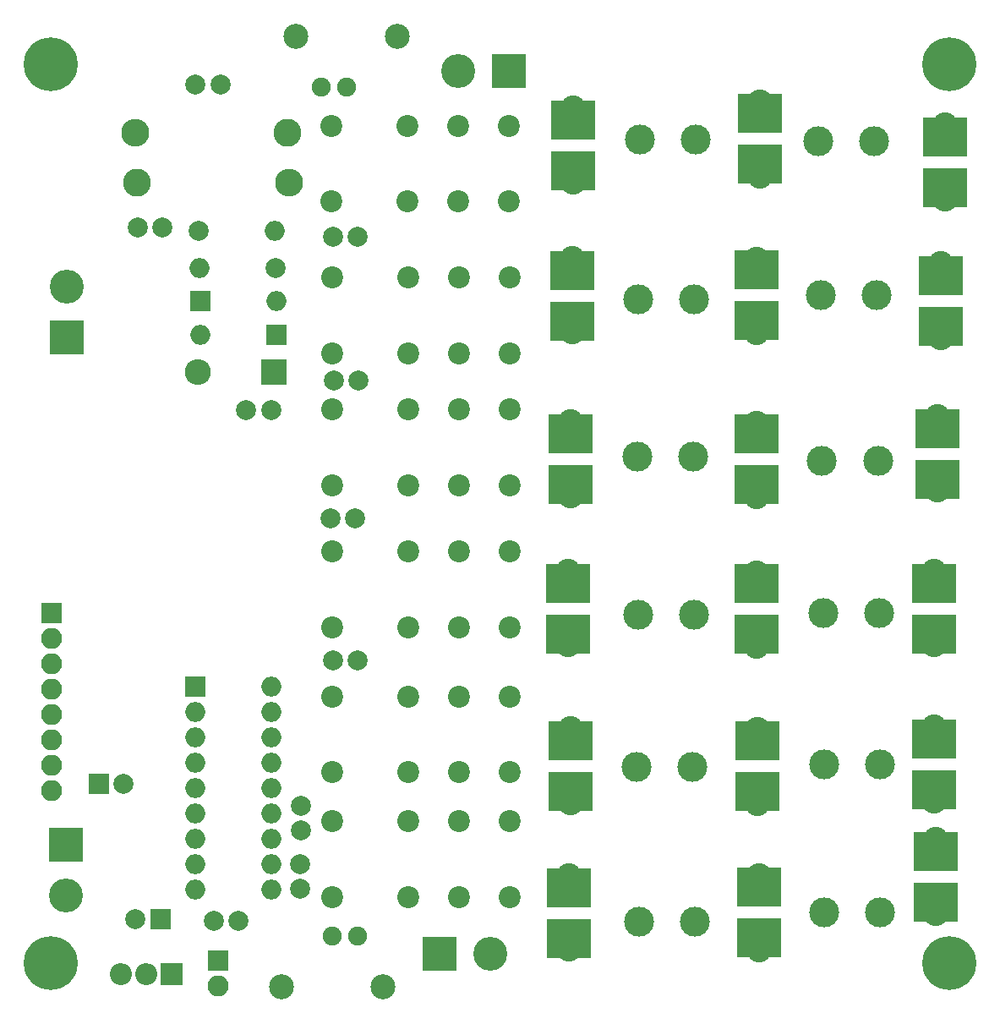
<source format=gbr>
G04 #@! TF.FileFunction,Soldermask,Top*
%FSLAX46Y46*%
G04 Gerber Fmt 4.6, Leading zero omitted, Abs format (unit mm)*
G04 Created by KiCad (PCBNEW 4.0.7) date 06/30/19 17:42:04*
%MOMM*%
%LPD*%
G01*
G04 APERTURE LIST*
%ADD10C,0.100000*%
%ADD11R,2.000000X2.000000*%
%ADD12C,2.000000*%
%ADD13C,3.000000*%
%ADD14C,1.900000*%
%ADD15C,2.500000*%
%ADD16R,3.400000X3.400000*%
%ADD17C,3.400000*%
%ADD18C,5.400000*%
%ADD19C,2.400000*%
%ADD20R,4.400000X3.900000*%
%ADD21C,2.200000*%
%ADD22R,2.100000X2.100000*%
%ADD23O,2.100000X2.100000*%
%ADD24R,2.200000X2.200000*%
%ADD25O,2.200000X2.200000*%
%ADD26O,2.000000X2.000000*%
%ADD27C,2.800000*%
%ADD28O,2.800000X2.800000*%
%ADD29R,2.600000X2.600000*%
%ADD30O,2.600000X2.600000*%
G04 APERTURE END LIST*
D10*
D11*
X49789080Y-117012720D03*
D12*
X52289080Y-117012720D03*
D13*
X122148600Y-68122800D03*
X127748600Y-68122800D03*
X103670100Y-115366800D03*
X109270100Y-115366800D03*
D14*
X74587100Y-47317700D03*
X72047100Y-47317700D03*
D15*
X69507100Y-42237700D03*
X79667100Y-42237700D03*
D16*
X90906600Y-45643800D03*
D17*
X85826600Y-45643800D03*
D14*
X73190100Y-132323800D03*
X75730100Y-132323800D03*
D15*
X78270100Y-137403800D03*
X68110100Y-137403800D03*
D16*
X83921600Y-134035800D03*
D17*
X89001600Y-134035800D03*
D18*
X45000000Y-135000000D03*
X135000000Y-135000000D03*
X135000000Y-45000000D03*
X45000000Y-45000000D03*
D13*
X103860600Y-100126800D03*
X109460600Y-100126800D03*
X103936800Y-130860800D03*
X109536800Y-130860800D03*
X121894600Y-52692300D03*
X127494600Y-52692300D03*
X122250200Y-84734400D03*
X127850200Y-84734400D03*
X122377200Y-99923600D03*
X127977200Y-99923600D03*
X122453400Y-115062000D03*
X128053400Y-115062000D03*
X122428000Y-129921000D03*
X128028000Y-129921000D03*
D19*
X97320100Y-49326800D03*
X97320100Y-56826800D03*
D20*
X97320100Y-50596800D03*
X97320100Y-55676800D03*
D19*
X97193100Y-64376300D03*
X97193100Y-71876300D03*
D20*
X97193100Y-65646300D03*
X97193100Y-70726300D03*
D19*
X97066100Y-80759300D03*
X97066100Y-88259300D03*
D20*
X97066100Y-82029300D03*
X97066100Y-87109300D03*
D19*
X96812100Y-95681800D03*
X96812100Y-103181800D03*
D20*
X96812100Y-96951800D03*
X96812100Y-102031800D03*
D19*
X97066100Y-111493300D03*
X97066100Y-118993300D03*
D20*
X97066100Y-112763300D03*
X97066100Y-117843300D03*
D19*
X96875600Y-126161800D03*
X96875600Y-133661800D03*
D20*
X96875600Y-127431800D03*
X96875600Y-132511800D03*
D19*
X115989100Y-56248300D03*
X115989100Y-48748300D03*
D20*
X115989100Y-54978300D03*
X115989100Y-49898300D03*
D19*
X115671600Y-71932800D03*
X115671600Y-64432800D03*
D20*
X115671600Y-70662800D03*
X115671600Y-65582800D03*
D19*
X115671600Y-88379300D03*
X115671600Y-80879300D03*
D20*
X115671600Y-87109300D03*
X115671600Y-82029300D03*
D19*
X115671600Y-103365300D03*
X115671600Y-95865300D03*
D20*
X115671600Y-102095300D03*
X115671600Y-97015300D03*
D19*
X115735100Y-119049800D03*
X115735100Y-111549800D03*
D20*
X115735100Y-117779800D03*
X115735100Y-112699800D03*
D19*
X115951000Y-133731000D03*
X115951000Y-126231000D03*
D20*
X115951000Y-132461000D03*
X115951000Y-127381000D03*
D19*
X134531100Y-51041300D03*
X134531100Y-58541300D03*
D20*
X134531100Y-52311300D03*
X134531100Y-57391300D03*
D19*
X134162800Y-64897000D03*
X134162800Y-72397000D03*
D20*
X134162800Y-66167000D03*
X134162800Y-71247000D03*
D19*
X133807200Y-80187800D03*
X133807200Y-87687800D03*
D20*
X133807200Y-81457800D03*
X133807200Y-86537800D03*
D19*
X133502400Y-95681800D03*
X133502400Y-103181800D03*
D20*
X133502400Y-96951800D03*
X133502400Y-102031800D03*
D19*
X133477000Y-111328200D03*
X133477000Y-118828200D03*
D20*
X133477000Y-112598200D03*
X133477000Y-117678200D03*
D19*
X133616700Y-122593100D03*
X133616700Y-130093100D03*
D20*
X133616700Y-123863100D03*
X133616700Y-128943100D03*
D13*
X103987600Y-52565300D03*
X109587600Y-52565300D03*
X103860600Y-68567300D03*
X109460600Y-68567300D03*
X103733600Y-84315300D03*
X109333600Y-84315300D03*
D21*
X80716100Y-51140200D03*
X90876100Y-51140200D03*
X85796100Y-51140200D03*
X85796100Y-58740200D03*
X80716100Y-58740200D03*
X90876100Y-58740200D03*
X73096100Y-51140200D03*
X73096100Y-58740200D03*
X80779600Y-66354800D03*
X90939600Y-66354800D03*
X85859600Y-66354800D03*
X85859600Y-73954800D03*
X80779600Y-73954800D03*
X90939600Y-73954800D03*
X73159600Y-66354800D03*
X73159600Y-73954800D03*
X80779600Y-79562800D03*
X90939600Y-79562800D03*
X85859600Y-79562800D03*
X85859600Y-87162800D03*
X80779600Y-87162800D03*
X90939600Y-87162800D03*
X73159600Y-79562800D03*
X73159600Y-87162800D03*
X80779600Y-93786800D03*
X90939600Y-93786800D03*
X85859600Y-93786800D03*
X85859600Y-101386800D03*
X80779600Y-101386800D03*
X90939600Y-101386800D03*
X73159600Y-93786800D03*
X73159600Y-101386800D03*
X80789760Y-108295280D03*
X90949760Y-108295280D03*
X85869760Y-108295280D03*
X85869760Y-115895280D03*
X80789760Y-115895280D03*
X90949760Y-115895280D03*
X73169760Y-108295280D03*
X73169760Y-115895280D03*
X80845640Y-120812400D03*
X91005640Y-120812400D03*
X85925640Y-120812400D03*
X85925640Y-128412400D03*
X80845640Y-128412400D03*
X91005640Y-128412400D03*
X73225640Y-120812400D03*
X73225640Y-128412400D03*
D11*
X55981600Y-130606800D03*
D12*
X53481600Y-130606800D03*
D16*
X46520100Y-123177300D03*
D17*
X46520100Y-128257300D03*
D22*
X61760100Y-134721600D03*
D23*
X61760100Y-137261600D03*
D24*
X57124600Y-136067800D03*
D25*
X54584600Y-136067800D03*
X52044600Y-136067800D03*
D11*
X59474100Y-107302300D03*
D26*
X67094100Y-127622300D03*
X59474100Y-109842300D03*
X67094100Y-125082300D03*
X59474100Y-112382300D03*
X67094100Y-122542300D03*
X59474100Y-114922300D03*
X67094100Y-120002300D03*
X59474100Y-117462300D03*
X67094100Y-117462300D03*
X59474100Y-120002300D03*
X67094100Y-114922300D03*
X59474100Y-122542300D03*
X67094100Y-112382300D03*
X59474100Y-125082300D03*
X67094100Y-109842300D03*
X59474100Y-127622300D03*
X67094100Y-107302300D03*
D12*
X63817500Y-130759200D03*
X61317500Y-130759200D03*
X73253600Y-62280800D03*
X75753600Y-62280800D03*
X73317100Y-76695300D03*
X75817100Y-76695300D03*
X70078600Y-119240300D03*
X70078600Y-121740300D03*
X69951600Y-127558800D03*
X69951600Y-125058800D03*
X72999600Y-90474800D03*
X75499600Y-90474800D03*
X73253600Y-104698800D03*
X75753600Y-104698800D03*
X59512200Y-47050960D03*
X62012200Y-47050960D03*
X56184800Y-61341000D03*
X53684800Y-61341000D03*
X67056000Y-79629000D03*
X64556000Y-79629000D03*
D11*
X67586860Y-72085200D03*
D26*
X59966860Y-72085200D03*
D11*
X60015120Y-68732400D03*
D26*
X67635120Y-68732400D03*
D16*
X46603920Y-72308720D03*
D17*
X46603920Y-67228720D03*
D22*
X45039280Y-99913440D03*
D23*
X45039280Y-102453440D03*
X45039280Y-104993440D03*
X45039280Y-107533440D03*
X45039280Y-110073440D03*
X45039280Y-112613440D03*
X45039280Y-115153440D03*
X45039280Y-117693440D03*
D27*
X68719700Y-51828700D03*
D28*
X53479700Y-51828700D03*
D27*
X53644800Y-56819800D03*
D28*
X68884800Y-56819800D03*
D29*
X67335400Y-75829160D03*
D30*
X59715400Y-75829160D03*
D12*
X67503040Y-65379600D03*
D26*
X59883040Y-65379600D03*
D12*
X59829700Y-61696600D03*
D26*
X67449700Y-61696600D03*
M02*

</source>
